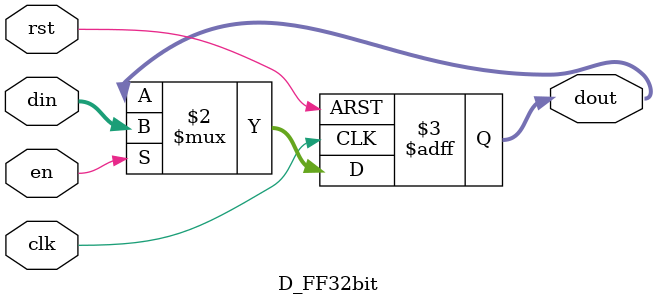
<source format=v>
module D_FF32bit(din, clk, rst, en, dout);

input [31:0]din;
input clk, rst, en;
output reg[31:0]dout;

always @(posedge clk or posedge rst)
begin
	if(rst)
		begin
		dout <= 32'd0;
		end
	else
		begin
		dout <= (en)? din:dout;
		end
end

endmodule


</source>
